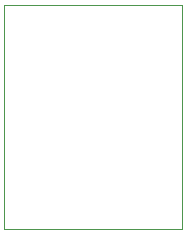
<source format=gbr>
G04 ===== Begin FILE IDENTIFICATION =====*
G04 File Format:  Gerber RS274X*
G04 ===== End FILE IDENTIFICATION =====*
%FSLAX24Y24*%
%MOIN*%
%SFA1.0000B1.0000*%
%OFA0.0B0.0*%
%ADD14C,0.000001*%
%LNbound*%
%IPPOS*%
%LPD*%
G75*
D14*
G01X-394Y5512D02*
G01Y-1969D01*
G01X5512Y5512D02*
G01X-394D01*
G01X5512Y-1969D02*
G01Y5512D01*
G01X-394Y-1969D02*
G01X5512D01*
M02*


</source>
